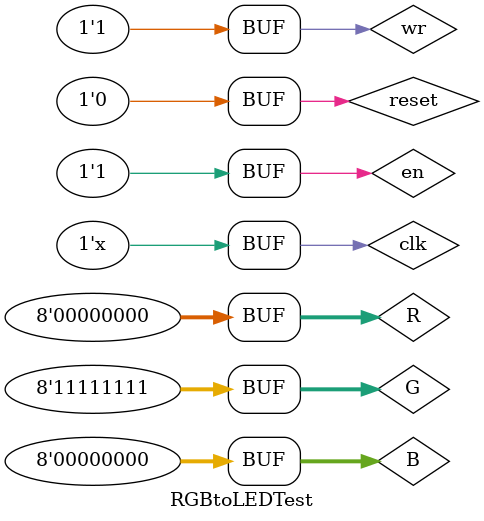
<source format=v>
module RGBtoLEDTest;

	// Inputs
	reg clk;
	reg en;
	reg reset;
	reg [7:0] R;
	reg [7:0] G;
	reg [7:0] B;
	reg wr;

	// Outputs
	wire busy;
	wire rdy;
	wire dout;

	// Instantiate the Unit Under Test (UUT)
	RGBtoLED uut (
		.clk(clk), 
		.en(en), 
		.reset(reset), 
		.R(R), 
		.G(G), 
		.B(B), 
		.wr(wr), 
		.busy(busy), 
		.rdy(rdy), 
		.dout(dout)
	);

	initial begin
		// Initialize Inputs
		clk = 0;
		en = 0;
		reset = 0;
		R = 0;
		G = 255;
		B = 0;
		wr = 0;

		// Wait 100 ns for global reset to finish
		#100;
		wr = 1;
        en = 1;
		// Add stimulus here

	end
   always begin
		#4
		clk <= ~clk;
	end
endmodule
</source>
